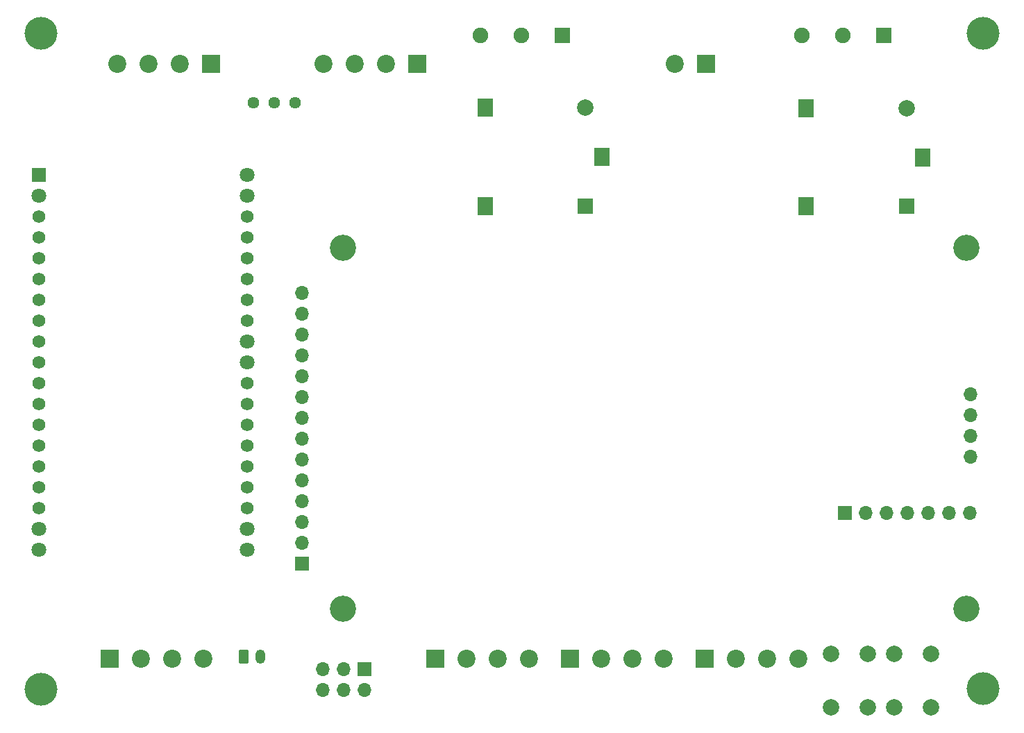
<source format=gbr>
%TF.GenerationSoftware,KiCad,Pcbnew,7.0.7*%
%TF.CreationDate,2024-04-10T19:08:45+02:00*%
%TF.ProjectId,ControllerCircuit,436f6e74-726f-46c6-9c65-724369726375,rev?*%
%TF.SameCoordinates,Original*%
%TF.FileFunction,Soldermask,Bot*%
%TF.FilePolarity,Negative*%
%FSLAX46Y46*%
G04 Gerber Fmt 4.6, Leading zero omitted, Abs format (unit mm)*
G04 Created by KiCad (PCBNEW 7.0.7) date 2024-04-10 19:08:45*
%MOMM*%
%LPD*%
G01*
G04 APERTURE LIST*
G04 Aperture macros list*
%AMRoundRect*
0 Rectangle with rounded corners*
0 $1 Rounding radius*
0 $2 $3 $4 $5 $6 $7 $8 $9 X,Y pos of 4 corners*
0 Add a 4 corners polygon primitive as box body*
4,1,4,$2,$3,$4,$5,$6,$7,$8,$9,$2,$3,0*
0 Add four circle primitives for the rounded corners*
1,1,$1+$1,$2,$3*
1,1,$1+$1,$4,$5*
1,1,$1+$1,$6,$7*
1,1,$1+$1,$8,$9*
0 Add four rect primitives between the rounded corners*
20,1,$1+$1,$2,$3,$4,$5,0*
20,1,$1+$1,$4,$5,$6,$7,0*
20,1,$1+$1,$6,$7,$8,$9,0*
20,1,$1+$1,$8,$9,$2,$3,0*%
G04 Aperture macros list end*
%ADD10C,4.000000*%
%ADD11R,2.200000X2.200000*%
%ADD12C,2.200000*%
%ADD13R,1.800000X1.800000*%
%ADD14C,1.800000*%
%ADD15C,1.560000*%
%ADD16R,1.700000X1.700000*%
%ADD17O,1.700000X1.700000*%
%ADD18R,1.980000X1.980000*%
%ADD19C,2.000000*%
%ADD20R,1.900000X2.200000*%
%ADD21RoundRect,0.250000X-0.350000X-0.625000X0.350000X-0.625000X0.350000X0.625000X-0.350000X0.625000X0*%
%ADD22O,1.200000X1.750000*%
%ADD23R,1.900000X1.900000*%
%ADD24C,1.900000*%
%ADD25C,3.200000*%
%ADD26C,1.440000*%
G04 APERTURE END LIST*
D10*
%TO.C,REF1*%
X118650000Y83800000D03*
%TD*%
%TO.C,REF3*%
X118650000Y3850000D03*
%TD*%
D11*
%TO.C,J7*%
X68249188Y7500000D03*
D12*
X72059188Y7500000D03*
X75869188Y7500000D03*
X79679188Y7500000D03*
%TD*%
D13*
%TO.C,U4*%
X3506394Y66570000D03*
D14*
X3506394Y64030000D03*
D15*
X3506394Y61490000D03*
X3506394Y58950000D03*
X3506394Y56410000D03*
X3506394Y53870000D03*
X3506394Y51330000D03*
X3506394Y48790000D03*
X3506394Y46250000D03*
X3506394Y43710000D03*
X3506394Y41170000D03*
X3506394Y38630000D03*
X3506394Y36090000D03*
X3506394Y33550000D03*
X3506394Y31010000D03*
X3506394Y28470000D03*
X3506394Y25930000D03*
D14*
X3506394Y23390000D03*
X3506394Y20850000D03*
X28906394Y66570000D03*
X28906394Y64030000D03*
D15*
X28906394Y61490000D03*
X28906394Y58950000D03*
X28906394Y56410000D03*
X28906394Y53870000D03*
X28906394Y51330000D03*
X28906394Y48790000D03*
D14*
X28906394Y46250000D03*
X28906394Y43710000D03*
D15*
X28906394Y41170000D03*
X28906394Y38630000D03*
X28906394Y36090000D03*
X28906394Y33550000D03*
X28906394Y31010000D03*
X28906394Y28470000D03*
X28906394Y25930000D03*
D14*
X28906394Y23390000D03*
X28906394Y20850000D03*
%TD*%
D11*
%TO.C,J1*%
X12099188Y7500000D03*
D12*
X15909188Y7500000D03*
X19719188Y7500000D03*
X23529188Y7500000D03*
%TD*%
D11*
%TO.C,J4*%
X51849188Y7500000D03*
D12*
X55659188Y7500000D03*
X59469188Y7500000D03*
X63279188Y7500000D03*
%TD*%
D16*
%TO.C,J8*%
X43200000Y6250000D03*
D17*
X43200000Y3710000D03*
X40660000Y6250000D03*
X40660000Y3710000D03*
X38120000Y6250000D03*
X38120000Y3710000D03*
%TD*%
D18*
%TO.C,K1*%
X109265000Y62700000D03*
D19*
X109265000Y74700000D03*
D20*
X111265000Y68700000D03*
X97065000Y62700000D03*
X97065000Y74700000D03*
%TD*%
D21*
%TO.C,J10*%
X28450000Y7750000D03*
D22*
X30450000Y7750000D03*
%TD*%
D10*
%TO.C,REF2*%
X3700000Y83800000D03*
%TD*%
%TO.C,REF4*%
X3700000Y3800000D03*
%TD*%
D23*
%TO.C,J2*%
X106475000Y83550000D03*
D24*
X101475000Y83550000D03*
X96475000Y83550000D03*
%TD*%
D11*
%TO.C,J12*%
X24450812Y80050000D03*
D12*
X20640812Y80050000D03*
X16830812Y80050000D03*
X13020812Y80050000D03*
%TD*%
D11*
%TO.C,J5*%
X84840812Y80050000D03*
D12*
X81030812Y80050000D03*
%TD*%
D16*
%TO.C,J14*%
X101800000Y25300000D03*
D17*
X104340000Y25300000D03*
X106880000Y25300000D03*
X109420000Y25300000D03*
X111960000Y25300000D03*
X114500000Y25300000D03*
X117040000Y25300000D03*
%TD*%
D19*
%TO.C,SW1*%
X100100000Y1600000D03*
X100100000Y8100000D03*
X104600000Y1600000D03*
X104600000Y8100000D03*
%TD*%
%TO.C,SW2*%
X107750000Y1600000D03*
X107750000Y8100000D03*
X112250000Y1600000D03*
X112250000Y8100000D03*
%TD*%
D25*
%TO.C,LCD1*%
X116550000Y13625000D03*
X116550000Y57625000D03*
X40550000Y13625000D03*
X40550000Y57625000D03*
D16*
X35550000Y19125000D03*
D17*
X35550000Y21665000D03*
X35550000Y24205000D03*
X35550000Y26745000D03*
X35550000Y29285000D03*
X35550000Y31825000D03*
X35550000Y34365000D03*
X35550000Y36905000D03*
X35550000Y39445000D03*
X35550000Y41985000D03*
X35550000Y44525000D03*
X35550000Y47065000D03*
X35550000Y49605000D03*
X35550000Y52145000D03*
X117050000Y32125000D03*
X117050000Y34665000D03*
X117050000Y37205000D03*
X117050000Y39745000D03*
%TD*%
D11*
%TO.C,J9*%
X49600812Y80050000D03*
D12*
X45790812Y80050000D03*
X41980812Y80050000D03*
X38170812Y80050000D03*
%TD*%
D18*
%TO.C,K2*%
X70100000Y62750000D03*
D19*
X70100000Y74750000D03*
D20*
X72100000Y68750000D03*
X57900000Y62750000D03*
X57900000Y74750000D03*
%TD*%
D23*
%TO.C,J3*%
X67310000Y83600000D03*
D24*
X62310000Y83600000D03*
X57310000Y83600000D03*
%TD*%
D11*
%TO.C,J17*%
X84649188Y7500000D03*
D12*
X88459188Y7500000D03*
X92269188Y7500000D03*
X96079188Y7500000D03*
%TD*%
D26*
%TO.C,RV1*%
X29606400Y75387200D03*
X32146400Y75387200D03*
X34686400Y75387200D03*
%TD*%
M02*

</source>
